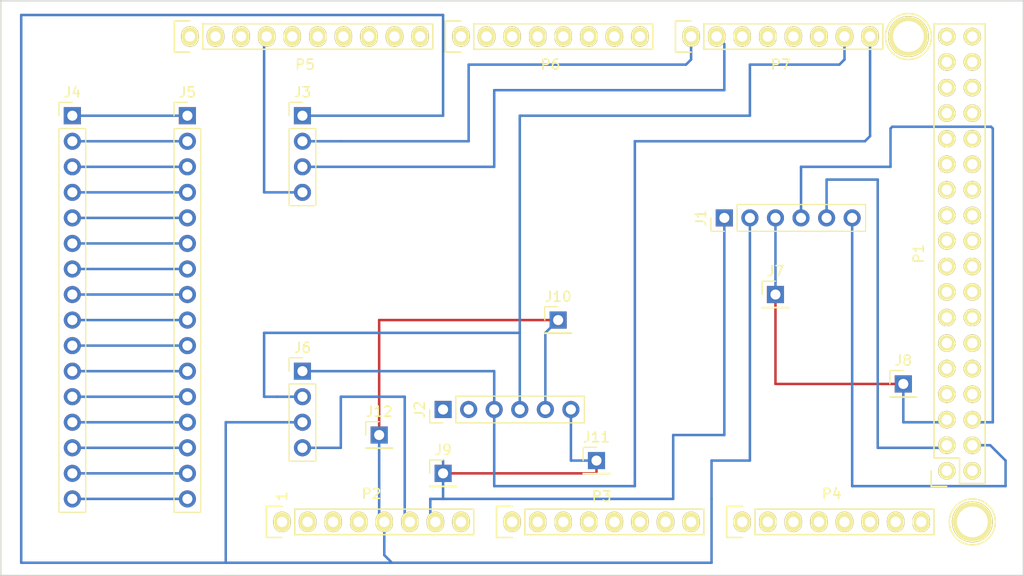
<source format=kicad_pcb>
(kicad_pcb (version 20171130) (host pcbnew "(5.1.9)-1")

  (general
    (thickness 1.6)
    (drawings 22)
    (tracks 122)
    (zones 0)
    (modules 21)
    (nets 27)
  )

  (page A4)
  (title_block
    (date "mar. 31 mars 2015")
  )

  (layers
    (0 F.Cu signal)
    (31 B.Cu signal)
    (32 B.Adhes user)
    (33 F.Adhes user)
    (34 B.Paste user)
    (35 F.Paste user)
    (36 B.SilkS user)
    (37 F.SilkS user)
    (38 B.Mask user)
    (39 F.Mask user)
    (40 Dwgs.User user hide)
    (41 Cmts.User user)
    (42 Eco1.User user)
    (43 Eco2.User user)
    (44 Edge.Cuts user)
    (45 Margin user)
    (46 B.CrtYd user)
    (47 F.CrtYd user)
    (48 B.Fab user)
    (49 F.Fab user)
  )

  (setup
    (last_trace_width 0.25)
    (user_trace_width 0.3)
    (trace_clearance 0.2)
    (zone_clearance 0.508)
    (zone_45_only no)
    (trace_min 0.2)
    (via_size 0.6)
    (via_drill 0.4)
    (via_min_size 0.4)
    (via_min_drill 0.3)
    (uvia_size 0.3)
    (uvia_drill 0.1)
    (uvias_allowed no)
    (uvia_min_size 0.2)
    (uvia_min_drill 0.1)
    (edge_width 0.15)
    (segment_width 0.15)
    (pcb_text_width 0.3)
    (pcb_text_size 1.5 1.5)
    (mod_edge_width 0.15)
    (mod_text_size 1 1)
    (mod_text_width 0.15)
    (pad_size 4.064 4.064)
    (pad_drill 3.048)
    (pad_to_mask_clearance 0)
    (aux_axis_origin 103.378 121.666)
    (visible_elements 7FFFFFFF)
    (pcbplotparams
      (layerselection 0x3feff_ffffffff)
      (usegerberextensions false)
      (usegerberattributes true)
      (usegerberadvancedattributes true)
      (creategerberjobfile true)
      (excludeedgelayer true)
      (linewidth 0.100000)
      (plotframeref false)
      (viasonmask false)
      (mode 1)
      (useauxorigin false)
      (hpglpennumber 1)
      (hpglpenspeed 20)
      (hpglpendiameter 15.000000)
      (psnegative false)
      (psa4output false)
      (plotreference true)
      (plotvalue true)
      (plotinvisibletext false)
      (padsonsilk false)
      (subtractmaskfromsilk false)
      (outputformat 1)
      (mirror false)
      (drillshape 0)
      (scaleselection 1)
      (outputdirectory "medidor_GERBER/"))
  )

  (net 0 "")
  (net 1 GND)
  (net 2 "/52(SCK)")
  (net 3 "/53(SS)")
  (net 4 "/50(MISO)")
  (net 5 "/51(MOSI)")
  (net 6 +5V)
  (net 7 "/20(SDA)")
  (net 8 "/21(SCL)")
  (net 9 "/14(Tx3)")
  (net 10 "/15(Rx3)")
  (net 11 /LEDN)
  (net 12 /LEDP)
  (net 13 /DP7)
  (net 14 /DP6)
  (net 15 /DP5)
  (net 16 /DP4)
  (net 17 /DP3)
  (net 18 /DP2)
  (net 19 /DP1)
  (net 20 /DP0)
  (net 21 /Enable)
  (net 22 /RW)
  (net 23 /RegSE)
  (net 24 /VE)
  (net 25 /VDD)
  (net 26 /VSS)

  (net_class Default "This is the default net class."
    (clearance 0.2)
    (trace_width 0.25)
    (via_dia 0.6)
    (via_drill 0.4)
    (uvia_dia 0.3)
    (uvia_drill 0.1)
    (add_net +3V3)
    (add_net +5V)
    (add_net "/0(Rx0)")
    (add_net "/1(Tx0)")
    (add_net "/10(**)")
    (add_net "/11(**)")
    (add_net "/12(**)")
    (add_net "/13(**)")
    (add_net "/14(Tx3)")
    (add_net "/15(Rx3)")
    (add_net "/16(Tx2)")
    (add_net "/17(Rx2)")
    (add_net "/18(Tx1)")
    (add_net "/19(Rx1)")
    (add_net "/2(**)")
    (add_net "/20(SDA)")
    (add_net "/21(SCL)")
    (add_net /22)
    (add_net /23)
    (add_net /24)
    (add_net /25)
    (add_net /26)
    (add_net /27)
    (add_net /28)
    (add_net /29)
    (add_net "/3(**)")
    (add_net /30)
    (add_net /31)
    (add_net /32)
    (add_net /33)
    (add_net /34)
    (add_net /35)
    (add_net /36)
    (add_net /37)
    (add_net /38)
    (add_net /39)
    (add_net "/4(**)")
    (add_net /40)
    (add_net /41)
    (add_net /42)
    (add_net /43)
    (add_net /44)
    (add_net /45)
    (add_net /46)
    (add_net /47)
    (add_net /48)
    (add_net /49)
    (add_net "/5(**)")
    (add_net "/50(MISO)")
    (add_net "/51(MOSI)")
    (add_net "/52(SCK)")
    (add_net "/53(SS)")
    (add_net "/6(**)")
    (add_net "/7(**)")
    (add_net "/8(**)")
    (add_net "/9(**)")
    (add_net /A0)
    (add_net /A1)
    (add_net /A10)
    (add_net /A11)
    (add_net /A12)
    (add_net /A13)
    (add_net /A14)
    (add_net /A15)
    (add_net /A2)
    (add_net /A3)
    (add_net /A4)
    (add_net /A5)
    (add_net /A6)
    (add_net /A7)
    (add_net /A8)
    (add_net /A9)
    (add_net /AREF)
    (add_net /DP0)
    (add_net /DP1)
    (add_net /DP2)
    (add_net /DP3)
    (add_net /DP4)
    (add_net /DP5)
    (add_net /DP6)
    (add_net /DP7)
    (add_net /Enable)
    (add_net /IOREF)
    (add_net /LEDN)
    (add_net /LEDP)
    (add_net /RW)
    (add_net /RegSE)
    (add_net /Reset)
    (add_net /SCL)
    (add_net /SDA)
    (add_net /VDD)
    (add_net /VE)
    (add_net /VSS)
    (add_net /Vin)
    (add_net GND)
    (add_net "Net-(J2-Pad1)")
    (add_net "Net-(J2-Pad2)")
    (add_net "Net-(P10-Pad1)")
    (add_net "Net-(P11-Pad1)")
    (add_net "Net-(P12-Pad1)")
    (add_net "Net-(P13-Pad1)")
    (add_net "Net-(P2-Pad1)")
    (add_net "Net-(P8-Pad1)")
    (add_net "Net-(P9-Pad1)")
  )

  (module Connector_PinHeader_2.54mm:PinHeader_1x01_P2.54mm_Vertical (layer F.Cu) (tedit 59FED5CC) (tstamp 6010847E)
    (at 140.97 110.49)
    (descr "Through hole straight pin header, 1x01, 2.54mm pitch, single row")
    (tags "Through hole pin header THT 1x01 2.54mm single row")
    (path /6011BE85)
    (fp_text reference J12 (at 0 -2.33) (layer F.SilkS)
      (effects (font (size 1 1) (thickness 0.15)))
    )
    (fp_text value Aux (at 0 2.33) (layer F.Fab)
      (effects (font (size 1 1) (thickness 0.15)))
    )
    (fp_text user %R (at 0 0 90) (layer F.Fab)
      (effects (font (size 1 1) (thickness 0.15)))
    )
    (fp_line (start -0.635 -1.27) (end 1.27 -1.27) (layer F.Fab) (width 0.1))
    (fp_line (start 1.27 -1.27) (end 1.27 1.27) (layer F.Fab) (width 0.1))
    (fp_line (start 1.27 1.27) (end -1.27 1.27) (layer F.Fab) (width 0.1))
    (fp_line (start -1.27 1.27) (end -1.27 -0.635) (layer F.Fab) (width 0.1))
    (fp_line (start -1.27 -0.635) (end -0.635 -1.27) (layer F.Fab) (width 0.1))
    (fp_line (start -1.33 1.33) (end 1.33 1.33) (layer F.SilkS) (width 0.12))
    (fp_line (start -1.33 1.27) (end -1.33 1.33) (layer F.SilkS) (width 0.12))
    (fp_line (start 1.33 1.27) (end 1.33 1.33) (layer F.SilkS) (width 0.12))
    (fp_line (start -1.33 1.27) (end 1.33 1.27) (layer F.SilkS) (width 0.12))
    (fp_line (start -1.33 0) (end -1.33 -1.33) (layer F.SilkS) (width 0.12))
    (fp_line (start -1.33 -1.33) (end 0 -1.33) (layer F.SilkS) (width 0.12))
    (fp_line (start -1.8 -1.8) (end -1.8 1.8) (layer F.CrtYd) (width 0.05))
    (fp_line (start -1.8 1.8) (end 1.8 1.8) (layer F.CrtYd) (width 0.05))
    (fp_line (start 1.8 1.8) (end 1.8 -1.8) (layer F.CrtYd) (width 0.05))
    (fp_line (start 1.8 -1.8) (end -1.8 -1.8) (layer F.CrtYd) (width 0.05))
    (pad 1 thru_hole rect (at 0 0) (size 1.7 1.7) (drill 1) (layers *.Cu *.Mask)
      (net 6 +5V))
    (model ${KISYS3DMOD}/Connector_PinHeader_2.54mm.3dshapes/PinHeader_1x01_P2.54mm_Vertical.wrl
      (at (xyz 0 0 0))
      (scale (xyz 1 1 1))
      (rotate (xyz 0 0 0))
    )
  )

  (module Connector_PinHeader_2.54mm:PinHeader_1x01_P2.54mm_Vertical (layer F.Cu) (tedit 59FED5CC) (tstamp 60108469)
    (at 162.56 113.03)
    (descr "Through hole straight pin header, 1x01, 2.54mm pitch, single row")
    (tags "Through hole pin header THT 1x01 2.54mm single row")
    (path /6011BA29)
    (fp_text reference J11 (at 0 -2.33) (layer F.SilkS)
      (effects (font (size 1 1) (thickness 0.15)))
    )
    (fp_text value Aux (at -3.81 1.27) (layer F.Fab)
      (effects (font (size 1 1) (thickness 0.15)))
    )
    (fp_text user %R (at 0 0 90) (layer F.Fab)
      (effects (font (size 1 1) (thickness 0.15)))
    )
    (fp_line (start -0.635 -1.27) (end 1.27 -1.27) (layer F.Fab) (width 0.1))
    (fp_line (start 1.27 -1.27) (end 1.27 1.27) (layer F.Fab) (width 0.1))
    (fp_line (start 1.27 1.27) (end -1.27 1.27) (layer F.Fab) (width 0.1))
    (fp_line (start -1.27 1.27) (end -1.27 -0.635) (layer F.Fab) (width 0.1))
    (fp_line (start -1.27 -0.635) (end -0.635 -1.27) (layer F.Fab) (width 0.1))
    (fp_line (start -1.33 1.33) (end 1.33 1.33) (layer F.SilkS) (width 0.12))
    (fp_line (start -1.33 1.27) (end -1.33 1.33) (layer F.SilkS) (width 0.12))
    (fp_line (start 1.33 1.27) (end 1.33 1.33) (layer F.SilkS) (width 0.12))
    (fp_line (start -1.33 1.27) (end 1.33 1.27) (layer F.SilkS) (width 0.12))
    (fp_line (start -1.33 0) (end -1.33 -1.33) (layer F.SilkS) (width 0.12))
    (fp_line (start -1.33 -1.33) (end 0 -1.33) (layer F.SilkS) (width 0.12))
    (fp_line (start -1.8 -1.8) (end -1.8 1.8) (layer F.CrtYd) (width 0.05))
    (fp_line (start -1.8 1.8) (end 1.8 1.8) (layer F.CrtYd) (width 0.05))
    (fp_line (start 1.8 1.8) (end 1.8 -1.8) (layer F.CrtYd) (width 0.05))
    (fp_line (start 1.8 -1.8) (end -1.8 -1.8) (layer F.CrtYd) (width 0.05))
    (pad 1 thru_hole rect (at 0 0) (size 1.7 1.7) (drill 1) (layers *.Cu *.Mask)
      (net 1 GND))
    (model ${KISYS3DMOD}/Connector_PinHeader_2.54mm.3dshapes/PinHeader_1x01_P2.54mm_Vertical.wrl
      (at (xyz 0 0 0))
      (scale (xyz 1 1 1))
      (rotate (xyz 0 0 0))
    )
  )

  (module Connector_PinHeader_2.54mm:PinHeader_1x01_P2.54mm_Vertical (layer F.Cu) (tedit 59FED5CC) (tstamp 60108454)
    (at 158.75 99.06)
    (descr "Through hole straight pin header, 1x01, 2.54mm pitch, single row")
    (tags "Through hole pin header THT 1x01 2.54mm single row")
    (path /6010A019)
    (fp_text reference J10 (at 0 -2.33) (layer F.SilkS)
      (effects (font (size 1 1) (thickness 0.15)))
    )
    (fp_text value Aux (at 0 2.33) (layer F.Fab)
      (effects (font (size 1 1) (thickness 0.15)))
    )
    (fp_text user %R (at 0 0 90) (layer F.Fab)
      (effects (font (size 1 1) (thickness 0.15)))
    )
    (fp_line (start -0.635 -1.27) (end 1.27 -1.27) (layer F.Fab) (width 0.1))
    (fp_line (start 1.27 -1.27) (end 1.27 1.27) (layer F.Fab) (width 0.1))
    (fp_line (start 1.27 1.27) (end -1.27 1.27) (layer F.Fab) (width 0.1))
    (fp_line (start -1.27 1.27) (end -1.27 -0.635) (layer F.Fab) (width 0.1))
    (fp_line (start -1.27 -0.635) (end -0.635 -1.27) (layer F.Fab) (width 0.1))
    (fp_line (start -1.33 1.33) (end 1.33 1.33) (layer F.SilkS) (width 0.12))
    (fp_line (start -1.33 1.27) (end -1.33 1.33) (layer F.SilkS) (width 0.12))
    (fp_line (start 1.33 1.27) (end 1.33 1.33) (layer F.SilkS) (width 0.12))
    (fp_line (start -1.33 1.27) (end 1.33 1.27) (layer F.SilkS) (width 0.12))
    (fp_line (start -1.33 0) (end -1.33 -1.33) (layer F.SilkS) (width 0.12))
    (fp_line (start -1.33 -1.33) (end 0 -1.33) (layer F.SilkS) (width 0.12))
    (fp_line (start -1.8 -1.8) (end -1.8 1.8) (layer F.CrtYd) (width 0.05))
    (fp_line (start -1.8 1.8) (end 1.8 1.8) (layer F.CrtYd) (width 0.05))
    (fp_line (start 1.8 1.8) (end 1.8 -1.8) (layer F.CrtYd) (width 0.05))
    (fp_line (start 1.8 -1.8) (end -1.8 -1.8) (layer F.CrtYd) (width 0.05))
    (pad 1 thru_hole rect (at 0 0) (size 1.7 1.7) (drill 1) (layers *.Cu *.Mask)
      (net 6 +5V))
    (model ${KISYS3DMOD}/Connector_PinHeader_2.54mm.3dshapes/PinHeader_1x01_P2.54mm_Vertical.wrl
      (at (xyz 0 0 0))
      (scale (xyz 1 1 1))
      (rotate (xyz 0 0 0))
    )
  )

  (module Connector_PinHeader_2.54mm:PinHeader_1x01_P2.54mm_Vertical (layer F.Cu) (tedit 59FED5CC) (tstamp 6010843F)
    (at 147.32 114.3)
    (descr "Through hole straight pin header, 1x01, 2.54mm pitch, single row")
    (tags "Through hole pin header THT 1x01 2.54mm single row")
    (path /60109BF9)
    (fp_text reference J9 (at 0 -2.33) (layer F.SilkS)
      (effects (font (size 1 1) (thickness 0.15)))
    )
    (fp_text value Aux (at 0 2.33) (layer F.Fab)
      (effects (font (size 1 1) (thickness 0.15)))
    )
    (fp_text user %R (at 0 0 90) (layer F.Fab)
      (effects (font (size 1 1) (thickness 0.15)))
    )
    (fp_line (start -0.635 -1.27) (end 1.27 -1.27) (layer F.Fab) (width 0.1))
    (fp_line (start 1.27 -1.27) (end 1.27 1.27) (layer F.Fab) (width 0.1))
    (fp_line (start 1.27 1.27) (end -1.27 1.27) (layer F.Fab) (width 0.1))
    (fp_line (start -1.27 1.27) (end -1.27 -0.635) (layer F.Fab) (width 0.1))
    (fp_line (start -1.27 -0.635) (end -0.635 -1.27) (layer F.Fab) (width 0.1))
    (fp_line (start -1.33 1.33) (end 1.33 1.33) (layer F.SilkS) (width 0.12))
    (fp_line (start -1.33 1.27) (end -1.33 1.33) (layer F.SilkS) (width 0.12))
    (fp_line (start 1.33 1.27) (end 1.33 1.33) (layer F.SilkS) (width 0.12))
    (fp_line (start -1.33 1.27) (end 1.33 1.27) (layer F.SilkS) (width 0.12))
    (fp_line (start -1.33 0) (end -1.33 -1.33) (layer F.SilkS) (width 0.12))
    (fp_line (start -1.33 -1.33) (end 0 -1.33) (layer F.SilkS) (width 0.12))
    (fp_line (start -1.8 -1.8) (end -1.8 1.8) (layer F.CrtYd) (width 0.05))
    (fp_line (start -1.8 1.8) (end 1.8 1.8) (layer F.CrtYd) (width 0.05))
    (fp_line (start 1.8 1.8) (end 1.8 -1.8) (layer F.CrtYd) (width 0.05))
    (fp_line (start 1.8 -1.8) (end -1.8 -1.8) (layer F.CrtYd) (width 0.05))
    (pad 1 thru_hole rect (at 0 0) (size 1.7 1.7) (drill 1) (layers *.Cu *.Mask)
      (net 1 GND))
    (model ${KISYS3DMOD}/Connector_PinHeader_2.54mm.3dshapes/PinHeader_1x01_P2.54mm_Vertical.wrl
      (at (xyz 0 0 0))
      (scale (xyz 1 1 1))
      (rotate (xyz 0 0 0))
    )
  )

  (module Connector_PinHeader_2.54mm:PinHeader_1x01_P2.54mm_Vertical (layer F.Cu) (tedit 59FED5CC) (tstamp 6010842A)
    (at 193.04 105.41)
    (descr "Through hole straight pin header, 1x01, 2.54mm pitch, single row")
    (tags "Through hole pin header THT 1x01 2.54mm single row")
    (path /60107531)
    (fp_text reference J8 (at 0 -2.33) (layer F.SilkS)
      (effects (font (size 1 1) (thickness 0.15)))
    )
    (fp_text value Aux (at 0 2.33) (layer F.Fab)
      (effects (font (size 1 1) (thickness 0.15)))
    )
    (fp_text user %R (at 0 0 90) (layer F.Fab)
      (effects (font (size 1 1) (thickness 0.15)))
    )
    (fp_line (start -0.635 -1.27) (end 1.27 -1.27) (layer F.Fab) (width 0.1))
    (fp_line (start 1.27 -1.27) (end 1.27 1.27) (layer F.Fab) (width 0.1))
    (fp_line (start 1.27 1.27) (end -1.27 1.27) (layer F.Fab) (width 0.1))
    (fp_line (start -1.27 1.27) (end -1.27 -0.635) (layer F.Fab) (width 0.1))
    (fp_line (start -1.27 -0.635) (end -0.635 -1.27) (layer F.Fab) (width 0.1))
    (fp_line (start -1.33 1.33) (end 1.33 1.33) (layer F.SilkS) (width 0.12))
    (fp_line (start -1.33 1.27) (end -1.33 1.33) (layer F.SilkS) (width 0.12))
    (fp_line (start 1.33 1.27) (end 1.33 1.33) (layer F.SilkS) (width 0.12))
    (fp_line (start -1.33 1.27) (end 1.33 1.27) (layer F.SilkS) (width 0.12))
    (fp_line (start -1.33 0) (end -1.33 -1.33) (layer F.SilkS) (width 0.12))
    (fp_line (start -1.33 -1.33) (end 0 -1.33) (layer F.SilkS) (width 0.12))
    (fp_line (start -1.8 -1.8) (end -1.8 1.8) (layer F.CrtYd) (width 0.05))
    (fp_line (start -1.8 1.8) (end 1.8 1.8) (layer F.CrtYd) (width 0.05))
    (fp_line (start 1.8 1.8) (end 1.8 -1.8) (layer F.CrtYd) (width 0.05))
    (fp_line (start 1.8 -1.8) (end -1.8 -1.8) (layer F.CrtYd) (width 0.05))
    (pad 1 thru_hole rect (at 0 0) (size 1.7 1.7) (drill 1) (layers *.Cu *.Mask)
      (net 4 "/50(MISO)"))
    (model ${KISYS3DMOD}/Connector_PinHeader_2.54mm.3dshapes/PinHeader_1x01_P2.54mm_Vertical.wrl
      (at (xyz 0 0 0))
      (scale (xyz 1 1 1))
      (rotate (xyz 0 0 0))
    )
  )

  (module Connector_PinHeader_2.54mm:PinHeader_1x01_P2.54mm_Vertical (layer F.Cu) (tedit 59FED5CC) (tstamp 601086DC)
    (at 180.34 96.52)
    (descr "Through hole straight pin header, 1x01, 2.54mm pitch, single row")
    (tags "Through hole pin header THT 1x01 2.54mm single row")
    (path /60106B23)
    (fp_text reference J7 (at 0 -2.33) (layer F.SilkS)
      (effects (font (size 1 1) (thickness 0.15)))
    )
    (fp_text value Aux (at 0 2.33) (layer F.Fab)
      (effects (font (size 1 1) (thickness 0.15)))
    )
    (fp_text user %R (at 0 0 90) (layer F.Fab)
      (effects (font (size 1 1) (thickness 0.15)))
    )
    (fp_line (start -0.635 -1.27) (end 1.27 -1.27) (layer F.Fab) (width 0.1))
    (fp_line (start 1.27 -1.27) (end 1.27 1.27) (layer F.Fab) (width 0.1))
    (fp_line (start 1.27 1.27) (end -1.27 1.27) (layer F.Fab) (width 0.1))
    (fp_line (start -1.27 1.27) (end -1.27 -0.635) (layer F.Fab) (width 0.1))
    (fp_line (start -1.27 -0.635) (end -0.635 -1.27) (layer F.Fab) (width 0.1))
    (fp_line (start -1.33 1.33) (end 1.33 1.33) (layer F.SilkS) (width 0.12))
    (fp_line (start -1.33 1.27) (end -1.33 1.33) (layer F.SilkS) (width 0.12))
    (fp_line (start 1.33 1.27) (end 1.33 1.33) (layer F.SilkS) (width 0.12))
    (fp_line (start -1.33 1.27) (end 1.33 1.27) (layer F.SilkS) (width 0.12))
    (fp_line (start -1.33 0) (end -1.33 -1.33) (layer F.SilkS) (width 0.12))
    (fp_line (start -1.33 -1.33) (end 0 -1.33) (layer F.SilkS) (width 0.12))
    (fp_line (start -1.8 -1.8) (end -1.8 1.8) (layer F.CrtYd) (width 0.05))
    (fp_line (start -1.8 1.8) (end 1.8 1.8) (layer F.CrtYd) (width 0.05))
    (fp_line (start 1.8 1.8) (end 1.8 -1.8) (layer F.CrtYd) (width 0.05))
    (fp_line (start 1.8 -1.8) (end -1.8 -1.8) (layer F.CrtYd) (width 0.05))
    (pad 1 thru_hole rect (at 0 0) (size 1.7 1.7) (drill 1) (layers *.Cu *.Mask)
      (net 4 "/50(MISO)"))
    (model ${KISYS3DMOD}/Connector_PinHeader_2.54mm.3dshapes/PinHeader_1x01_P2.54mm_Vertical.wrl
      (at (xyz 0 0 0))
      (scale (xyz 1 1 1))
      (rotate (xyz 0 0 0))
    )
  )

  (module Socket_Arduino_Mega:Socket_Strip_Arduino_2x18 locked (layer F.Cu) (tedit 55216789) (tstamp 551AFCE5)
    (at 197.358 114.046 90)
    (descr "Through hole socket strip")
    (tags "socket strip")
    (path /56D743B5)
    (fp_text reference P1 (at 21.59 -2.794 90) (layer F.SilkS)
      (effects (font (size 1 1) (thickness 0.15)))
    )
    (fp_text value Digital (at 21.59 -4.572 90) (layer F.Fab)
      (effects (font (size 1 1) (thickness 0.15)))
    )
    (fp_line (start -1.75 -1.75) (end -1.75 4.3) (layer F.CrtYd) (width 0.05))
    (fp_line (start 44.95 -1.75) (end 44.95 4.3) (layer F.CrtYd) (width 0.05))
    (fp_line (start -1.75 -1.75) (end 44.95 -1.75) (layer F.CrtYd) (width 0.05))
    (fp_line (start -1.75 4.3) (end 44.95 4.3) (layer F.CrtYd) (width 0.05))
    (fp_line (start -1.27 3.81) (end 44.45 3.81) (layer F.SilkS) (width 0.15))
    (fp_line (start 44.45 -1.27) (end 1.27 -1.27) (layer F.SilkS) (width 0.15))
    (fp_line (start 44.45 3.81) (end 44.45 -1.27) (layer F.SilkS) (width 0.15))
    (fp_line (start -1.27 3.81) (end -1.27 1.27) (layer F.SilkS) (width 0.15))
    (fp_line (start 0 -1.55) (end -1.55 -1.55) (layer F.SilkS) (width 0.15))
    (fp_line (start -1.27 1.27) (end 1.27 1.27) (layer F.SilkS) (width 0.15))
    (fp_line (start 1.27 1.27) (end 1.27 -1.27) (layer F.SilkS) (width 0.15))
    (fp_line (start -1.55 -1.55) (end -1.55 0) (layer F.SilkS) (width 0.15))
    (pad 1 thru_hole circle (at 0 0 90) (size 1.7272 1.7272) (drill 1.016) (layers *.Cu *.Mask F.SilkS)
      (net 1 GND))
    (pad 2 thru_hole oval (at 0 2.54 90) (size 1.7272 1.7272) (drill 1.016) (layers *.Cu *.Mask F.SilkS)
      (net 1 GND))
    (pad 3 thru_hole oval (at 2.54 0 90) (size 1.7272 1.7272) (drill 1.016) (layers *.Cu *.Mask F.SilkS)
      (net 2 "/52(SCK)"))
    (pad 4 thru_hole oval (at 2.54 2.54 90) (size 1.7272 1.7272) (drill 1.016) (layers *.Cu *.Mask F.SilkS)
      (net 3 "/53(SS)"))
    (pad 5 thru_hole oval (at 5.08 0 90) (size 1.7272 1.7272) (drill 1.016) (layers *.Cu *.Mask F.SilkS)
      (net 4 "/50(MISO)"))
    (pad 6 thru_hole oval (at 5.08 2.54 90) (size 1.7272 1.7272) (drill 1.016) (layers *.Cu *.Mask F.SilkS)
      (net 5 "/51(MOSI)"))
    (pad 7 thru_hole oval (at 7.62 0 90) (size 1.7272 1.7272) (drill 1.016) (layers *.Cu *.Mask F.SilkS))
    (pad 8 thru_hole oval (at 7.62 2.54 90) (size 1.7272 1.7272) (drill 1.016) (layers *.Cu *.Mask F.SilkS))
    (pad 9 thru_hole oval (at 10.16 0 90) (size 1.7272 1.7272) (drill 1.016) (layers *.Cu *.Mask F.SilkS))
    (pad 10 thru_hole oval (at 10.16 2.54 90) (size 1.7272 1.7272) (drill 1.016) (layers *.Cu *.Mask F.SilkS))
    (pad 11 thru_hole oval (at 12.7 0 90) (size 1.7272 1.7272) (drill 1.016) (layers *.Cu *.Mask F.SilkS))
    (pad 12 thru_hole oval (at 12.7 2.54 90) (size 1.7272 1.7272) (drill 1.016) (layers *.Cu *.Mask F.SilkS))
    (pad 13 thru_hole oval (at 15.24 0 90) (size 1.7272 1.7272) (drill 1.016) (layers *.Cu *.Mask F.SilkS))
    (pad 14 thru_hole oval (at 15.24 2.54 90) (size 1.7272 1.7272) (drill 1.016) (layers *.Cu *.Mask F.SilkS))
    (pad 15 thru_hole oval (at 17.78 0 90) (size 1.7272 1.7272) (drill 1.016) (layers *.Cu *.Mask F.SilkS))
    (pad 16 thru_hole oval (at 17.78 2.54 90) (size 1.7272 1.7272) (drill 1.016) (layers *.Cu *.Mask F.SilkS))
    (pad 17 thru_hole oval (at 20.32 0 90) (size 1.7272 1.7272) (drill 1.016) (layers *.Cu *.Mask F.SilkS))
    (pad 18 thru_hole oval (at 20.32 2.54 90) (size 1.7272 1.7272) (drill 1.016) (layers *.Cu *.Mask F.SilkS))
    (pad 19 thru_hole oval (at 22.86 0 90) (size 1.7272 1.7272) (drill 1.016) (layers *.Cu *.Mask F.SilkS))
    (pad 20 thru_hole oval (at 22.86 2.54 90) (size 1.7272 1.7272) (drill 1.016) (layers *.Cu *.Mask F.SilkS))
    (pad 21 thru_hole oval (at 25.4 0 90) (size 1.7272 1.7272) (drill 1.016) (layers *.Cu *.Mask F.SilkS))
    (pad 22 thru_hole oval (at 25.4 2.54 90) (size 1.7272 1.7272) (drill 1.016) (layers *.Cu *.Mask F.SilkS))
    (pad 23 thru_hole oval (at 27.94 0 90) (size 1.7272 1.7272) (drill 1.016) (layers *.Cu *.Mask F.SilkS))
    (pad 24 thru_hole oval (at 27.94 2.54 90) (size 1.7272 1.7272) (drill 1.016) (layers *.Cu *.Mask F.SilkS))
    (pad 25 thru_hole oval (at 30.48 0 90) (size 1.7272 1.7272) (drill 1.016) (layers *.Cu *.Mask F.SilkS))
    (pad 26 thru_hole oval (at 30.48 2.54 90) (size 1.7272 1.7272) (drill 1.016) (layers *.Cu *.Mask F.SilkS))
    (pad 27 thru_hole oval (at 33.02 0 90) (size 1.7272 1.7272) (drill 1.016) (layers *.Cu *.Mask F.SilkS))
    (pad 28 thru_hole oval (at 33.02 2.54 90) (size 1.7272 1.7272) (drill 1.016) (layers *.Cu *.Mask F.SilkS))
    (pad 29 thru_hole oval (at 35.56 0 90) (size 1.7272 1.7272) (drill 1.016) (layers *.Cu *.Mask F.SilkS))
    (pad 30 thru_hole oval (at 35.56 2.54 90) (size 1.7272 1.7272) (drill 1.016) (layers *.Cu *.Mask F.SilkS))
    (pad 31 thru_hole oval (at 38.1 0 90) (size 1.7272 1.7272) (drill 1.016) (layers *.Cu *.Mask F.SilkS))
    (pad 32 thru_hole oval (at 38.1 2.54 90) (size 1.7272 1.7272) (drill 1.016) (layers *.Cu *.Mask F.SilkS))
    (pad 33 thru_hole oval (at 40.64 0 90) (size 1.7272 1.7272) (drill 1.016) (layers *.Cu *.Mask F.SilkS))
    (pad 34 thru_hole oval (at 40.64 2.54 90) (size 1.7272 1.7272) (drill 1.016) (layers *.Cu *.Mask F.SilkS))
    (pad 35 thru_hole oval (at 43.18 0 90) (size 1.7272 1.7272) (drill 1.016) (layers *.Cu *.Mask F.SilkS)
      (net 6 +5V))
    (pad 36 thru_hole oval (at 43.18 2.54 90) (size 1.7272 1.7272) (drill 1.016) (layers *.Cu *.Mask F.SilkS)
      (net 6 +5V))
    (model ${KIPRJMOD}/Socket_Arduino_Mega.3dshapes/Socket_header_Arduino_2x18.wrl
      (offset (xyz 21.58999967575073 -1.269999980926514 0))
      (scale (xyz 1 1 1))
      (rotate (xyz 0 0 180))
    )
  )

  (module Connector_PinHeader_2.54mm:PinHeader_1x04_P2.54mm_Vertical (layer F.Cu) (tedit 59FED5CC) (tstamp 60089DAD)
    (at 133.35 104.14)
    (descr "Through hole straight pin header, 1x04, 2.54mm pitch, single row")
    (tags "Through hole pin header THT 1x04 2.54mm single row")
    (path /601F08CB)
    (fp_text reference J6 (at 0 -2.33) (layer F.SilkS)
      (effects (font (size 1 1) (thickness 0.15)))
    )
    (fp_text value I2C_interface (at 0 9.95) (layer F.Fab)
      (effects (font (size 1 1) (thickness 0.15)))
    )
    (fp_line (start -0.635 -1.27) (end 1.27 -1.27) (layer F.Fab) (width 0.1))
    (fp_line (start 1.27 -1.27) (end 1.27 8.89) (layer F.Fab) (width 0.1))
    (fp_line (start 1.27 8.89) (end -1.27 8.89) (layer F.Fab) (width 0.1))
    (fp_line (start -1.27 8.89) (end -1.27 -0.635) (layer F.Fab) (width 0.1))
    (fp_line (start -1.27 -0.635) (end -0.635 -1.27) (layer F.Fab) (width 0.1))
    (fp_line (start -1.33 8.95) (end 1.33 8.95) (layer F.SilkS) (width 0.12))
    (fp_line (start -1.33 1.27) (end -1.33 8.95) (layer F.SilkS) (width 0.12))
    (fp_line (start 1.33 1.27) (end 1.33 8.95) (layer F.SilkS) (width 0.12))
    (fp_line (start -1.33 1.27) (end 1.33 1.27) (layer F.SilkS) (width 0.12))
    (fp_line (start -1.33 0) (end -1.33 -1.33) (layer F.SilkS) (width 0.12))
    (fp_line (start -1.33 -1.33) (end 0 -1.33) (layer F.SilkS) (width 0.12))
    (fp_line (start -1.8 -1.8) (end -1.8 9.4) (layer F.CrtYd) (width 0.05))
    (fp_line (start -1.8 9.4) (end 1.8 9.4) (layer F.CrtYd) (width 0.05))
    (fp_line (start 1.8 9.4) (end 1.8 -1.8) (layer F.CrtYd) (width 0.05))
    (fp_line (start 1.8 -1.8) (end -1.8 -1.8) (layer F.CrtYd) (width 0.05))
    (fp_text user %R (at 0 3.81 90) (layer F.Fab)
      (effects (font (size 1 1) (thickness 0.15)))
    )
    (pad 4 thru_hole oval (at 0 7.62) (size 1.7 1.7) (drill 1) (layers *.Cu *.Mask)
      (net 1 GND))
    (pad 3 thru_hole oval (at 0 5.08) (size 1.7 1.7) (drill 1) (layers *.Cu *.Mask)
      (net 6 +5V))
    (pad 2 thru_hole oval (at 0 2.54) (size 1.7 1.7) (drill 1) (layers *.Cu *.Mask)
      (net 7 "/20(SDA)"))
    (pad 1 thru_hole rect (at 0 0) (size 1.7 1.7) (drill 1) (layers *.Cu *.Mask)
      (net 8 "/21(SCL)"))
    (model ${KISYS3DMOD}/Connector_PinHeader_2.54mm.3dshapes/PinHeader_1x04_P2.54mm_Vertical.wrl
      (at (xyz 0 0 0))
      (scale (xyz 1 1 1))
      (rotate (xyz 0 0 0))
    )
  )

  (module Connector_PinHeader_2.54mm:PinHeader_1x16_P2.54mm_Vertical (layer F.Cu) (tedit 59FED5CC) (tstamp 60089D95)
    (at 121.92 78.74)
    (descr "Through hole straight pin header, 1x16, 2.54mm pitch, single row")
    (tags "Through hole pin header THT 1x16 2.54mm single row")
    (path /601E9FDF)
    (fp_text reference J5 (at 0 -2.33) (layer F.SilkS)
      (effects (font (size 1 1) (thickness 0.15)))
    )
    (fp_text value pins_LCD (at 0 40.43) (layer F.Fab)
      (effects (font (size 1 1) (thickness 0.15)))
    )
    (fp_line (start -0.635 -1.27) (end 1.27 -1.27) (layer F.Fab) (width 0.1))
    (fp_line (start 1.27 -1.27) (end 1.27 39.37) (layer F.Fab) (width 0.1))
    (fp_line (start 1.27 39.37) (end -1.27 39.37) (layer F.Fab) (width 0.1))
    (fp_line (start -1.27 39.37) (end -1.27 -0.635) (layer F.Fab) (width 0.1))
    (fp_line (start -1.27 -0.635) (end -0.635 -1.27) (layer F.Fab) (width 0.1))
    (fp_line (start -1.33 39.43) (end 1.33 39.43) (layer F.SilkS) (width 0.12))
    (fp_line (start -1.33 1.27) (end -1.33 39.43) (layer F.SilkS) (width 0.12))
    (fp_line (start 1.33 1.27) (end 1.33 39.43) (layer F.SilkS) (width 0.12))
    (fp_line (start -1.33 1.27) (end 1.33 1.27) (layer F.SilkS) (width 0.12))
    (fp_line (start -1.33 0) (end -1.33 -1.33) (layer F.SilkS) (width 0.12))
    (fp_line (start -1.33 -1.33) (end 0 -1.33) (layer F.SilkS) (width 0.12))
    (fp_line (start -1.8 -1.8) (end -1.8 39.9) (layer F.CrtYd) (width 0.05))
    (fp_line (start -1.8 39.9) (end 1.8 39.9) (layer F.CrtYd) (width 0.05))
    (fp_line (start 1.8 39.9) (end 1.8 -1.8) (layer F.CrtYd) (width 0.05))
    (fp_line (start 1.8 -1.8) (end -1.8 -1.8) (layer F.CrtYd) (width 0.05))
    (fp_text user %R (at 0 19.05 90) (layer F.Fab)
      (effects (font (size 1 1) (thickness 0.15)))
    )
    (pad 16 thru_hole oval (at 0 38.1) (size 1.7 1.7) (drill 1) (layers *.Cu *.Mask)
      (net 11 /LEDN))
    (pad 15 thru_hole oval (at 0 35.56) (size 1.7 1.7) (drill 1) (layers *.Cu *.Mask)
      (net 12 /LEDP))
    (pad 14 thru_hole oval (at 0 33.02) (size 1.7 1.7) (drill 1) (layers *.Cu *.Mask)
      (net 13 /DP7))
    (pad 13 thru_hole oval (at 0 30.48) (size 1.7 1.7) (drill 1) (layers *.Cu *.Mask)
      (net 14 /DP6))
    (pad 12 thru_hole oval (at 0 27.94) (size 1.7 1.7) (drill 1) (layers *.Cu *.Mask)
      (net 15 /DP5))
    (pad 11 thru_hole oval (at 0 25.4) (size 1.7 1.7) (drill 1) (layers *.Cu *.Mask)
      (net 16 /DP4))
    (pad 10 thru_hole oval (at 0 22.86) (size 1.7 1.7) (drill 1) (layers *.Cu *.Mask)
      (net 17 /DP3))
    (pad 9 thru_hole oval (at 0 20.32) (size 1.7 1.7) (drill 1) (layers *.Cu *.Mask)
      (net 18 /DP2))
    (pad 8 thru_hole oval (at 0 17.78) (size 1.7 1.7) (drill 1) (layers *.Cu *.Mask)
      (net 19 /DP1))
    (pad 7 thru_hole oval (at 0 15.24) (size 1.7 1.7) (drill 1) (layers *.Cu *.Mask)
      (net 20 /DP0))
    (pad 6 thru_hole oval (at 0 12.7) (size 1.7 1.7) (drill 1) (layers *.Cu *.Mask)
      (net 21 /Enable))
    (pad 5 thru_hole oval (at 0 10.16) (size 1.7 1.7) (drill 1) (layers *.Cu *.Mask)
      (net 22 /RW))
    (pad 4 thru_hole oval (at 0 7.62) (size 1.7 1.7) (drill 1) (layers *.Cu *.Mask)
      (net 23 /RegSE))
    (pad 3 thru_hole oval (at 0 5.08) (size 1.7 1.7) (drill 1) (layers *.Cu *.Mask)
      (net 24 /VE))
    (pad 2 thru_hole oval (at 0 2.54) (size 1.7 1.7) (drill 1) (layers *.Cu *.Mask)
      (net 25 /VDD))
    (pad 1 thru_hole rect (at 0 0) (size 1.7 1.7) (drill 1) (layers *.Cu *.Mask)
      (net 26 /VSS))
    (model ${KISYS3DMOD}/Connector_PinHeader_2.54mm.3dshapes/PinHeader_1x16_P2.54mm_Vertical.wrl
      (at (xyz 0 0 0))
      (scale (xyz 1 1 1))
      (rotate (xyz 0 0 0))
    )
  )

  (module Connector_PinHeader_2.54mm:PinHeader_1x16_P2.54mm_Vertical (layer F.Cu) (tedit 59FED5CC) (tstamp 60089D71)
    (at 110.49 78.74)
    (descr "Through hole straight pin header, 1x16, 2.54mm pitch, single row")
    (tags "Through hole pin header THT 1x16 2.54mm single row")
    (path /601DCD5F)
    (fp_text reference J4 (at 0 -2.33) (layer F.SilkS)
      (effects (font (size 1 1) (thickness 0.15)))
    )
    (fp_text value I2C_pins_interfaces (at 5.08 43.18) (layer F.Fab)
      (effects (font (size 1 1) (thickness 0.15)))
    )
    (fp_line (start -0.635 -1.27) (end 1.27 -1.27) (layer F.Fab) (width 0.1))
    (fp_line (start 1.27 -1.27) (end 1.27 39.37) (layer F.Fab) (width 0.1))
    (fp_line (start 1.27 39.37) (end -1.27 39.37) (layer F.Fab) (width 0.1))
    (fp_line (start -1.27 39.37) (end -1.27 -0.635) (layer F.Fab) (width 0.1))
    (fp_line (start -1.27 -0.635) (end -0.635 -1.27) (layer F.Fab) (width 0.1))
    (fp_line (start -1.33 39.43) (end 1.33 39.43) (layer F.SilkS) (width 0.12))
    (fp_line (start -1.33 1.27) (end -1.33 39.43) (layer F.SilkS) (width 0.12))
    (fp_line (start 1.33 1.27) (end 1.33 39.43) (layer F.SilkS) (width 0.12))
    (fp_line (start -1.33 1.27) (end 1.33 1.27) (layer F.SilkS) (width 0.12))
    (fp_line (start -1.33 0) (end -1.33 -1.33) (layer F.SilkS) (width 0.12))
    (fp_line (start -1.33 -1.33) (end 0 -1.33) (layer F.SilkS) (width 0.12))
    (fp_line (start -1.8 -1.8) (end -1.8 39.9) (layer F.CrtYd) (width 0.05))
    (fp_line (start -1.8 39.9) (end 1.8 39.9) (layer F.CrtYd) (width 0.05))
    (fp_line (start 1.8 39.9) (end 1.8 -1.8) (layer F.CrtYd) (width 0.05))
    (fp_line (start 1.8 -1.8) (end -1.8 -1.8) (layer F.CrtYd) (width 0.05))
    (fp_text user %R (at 0 19.05 90) (layer F.Fab)
      (effects (font (size 1 1) (thickness 0.15)))
    )
    (pad 16 thru_hole oval (at 0 38.1) (size 1.7 1.7) (drill 1) (layers *.Cu *.Mask)
      (net 11 /LEDN))
    (pad 15 thru_hole oval (at 0 35.56) (size 1.7 1.7) (drill 1) (layers *.Cu *.Mask)
      (net 12 /LEDP))
    (pad 14 thru_hole oval (at 0 33.02) (size 1.7 1.7) (drill 1) (layers *.Cu *.Mask)
      (net 13 /DP7))
    (pad 13 thru_hole oval (at 0 30.48) (size 1.7 1.7) (drill 1) (layers *.Cu *.Mask)
      (net 14 /DP6))
    (pad 12 thru_hole oval (at 0 27.94) (size 1.7 1.7) (drill 1) (layers *.Cu *.Mask)
      (net 15 /DP5))
    (pad 11 thru_hole oval (at 0 25.4) (size 1.7 1.7) (drill 1) (layers *.Cu *.Mask)
      (net 16 /DP4))
    (pad 10 thru_hole oval (at 0 22.86) (size 1.7 1.7) (drill 1) (layers *.Cu *.Mask)
      (net 17 /DP3))
    (pad 9 thru_hole oval (at 0 20.32) (size 1.7 1.7) (drill 1) (layers *.Cu *.Mask)
      (net 18 /DP2))
    (pad 8 thru_hole oval (at 0 17.78) (size 1.7 1.7) (drill 1) (layers *.Cu *.Mask)
      (net 19 /DP1))
    (pad 7 thru_hole oval (at 0 15.24) (size 1.7 1.7) (drill 1) (layers *.Cu *.Mask)
      (net 20 /DP0))
    (pad 6 thru_hole oval (at 0 12.7) (size 1.7 1.7) (drill 1) (layers *.Cu *.Mask)
      (net 21 /Enable))
    (pad 5 thru_hole oval (at 0 10.16) (size 1.7 1.7) (drill 1) (layers *.Cu *.Mask)
      (net 22 /RW))
    (pad 4 thru_hole oval (at 0 7.62) (size 1.7 1.7) (drill 1) (layers *.Cu *.Mask)
      (net 23 /RegSE))
    (pad 3 thru_hole oval (at 0 5.08) (size 1.7 1.7) (drill 1) (layers *.Cu *.Mask)
      (net 24 /VE))
    (pad 2 thru_hole oval (at 0 2.54) (size 1.7 1.7) (drill 1) (layers *.Cu *.Mask)
      (net 25 /VDD))
    (pad 1 thru_hole rect (at 0 0) (size 1.7 1.7) (drill 1) (layers *.Cu *.Mask)
      (net 26 /VSS))
    (model ${KISYS3DMOD}/Connector_PinHeader_2.54mm.3dshapes/PinHeader_1x16_P2.54mm_Vertical.wrl
      (at (xyz 0 0 0))
      (scale (xyz 1 1 1))
      (rotate (xyz 0 0 0))
    )
  )

  (module Connector_PinHeader_2.54mm:PinHeader_1x04_P2.54mm_Vertical (layer F.Cu) (tedit 59FED5CC) (tstamp 6008DC41)
    (at 133.35 78.74)
    (descr "Through hole straight pin header, 1x04, 2.54mm pitch, single row")
    (tags "Through hole pin header THT 1x04 2.54mm single row")
    (path /601F52BE)
    (fp_text reference J3 (at 0 -2.33) (layer F.SilkS)
      (effects (font (size 1 1) (thickness 0.15)))
    )
    (fp_text value sensor (at 0 9.95) (layer F.Fab)
      (effects (font (size 1 1) (thickness 0.15)))
    )
    (fp_line (start -0.635 -1.27) (end 1.27 -1.27) (layer F.Fab) (width 0.1))
    (fp_line (start 1.27 -1.27) (end 1.27 8.89) (layer F.Fab) (width 0.1))
    (fp_line (start 1.27 8.89) (end -1.27 8.89) (layer F.Fab) (width 0.1))
    (fp_line (start -1.27 8.89) (end -1.27 -0.635) (layer F.Fab) (width 0.1))
    (fp_line (start -1.27 -0.635) (end -0.635 -1.27) (layer F.Fab) (width 0.1))
    (fp_line (start -1.33 8.95) (end 1.33 8.95) (layer F.SilkS) (width 0.12))
    (fp_line (start -1.33 1.27) (end -1.33 8.95) (layer F.SilkS) (width 0.12))
    (fp_line (start 1.33 1.27) (end 1.33 8.95) (layer F.SilkS) (width 0.12))
    (fp_line (start -1.33 1.27) (end 1.33 1.27) (layer F.SilkS) (width 0.12))
    (fp_line (start -1.33 0) (end -1.33 -1.33) (layer F.SilkS) (width 0.12))
    (fp_line (start -1.33 -1.33) (end 0 -1.33) (layer F.SilkS) (width 0.12))
    (fp_line (start -1.8 -1.8) (end -1.8 9.4) (layer F.CrtYd) (width 0.05))
    (fp_line (start -1.8 9.4) (end 1.8 9.4) (layer F.CrtYd) (width 0.05))
    (fp_line (start 1.8 9.4) (end 1.8 -1.8) (layer F.CrtYd) (width 0.05))
    (fp_line (start 1.8 -1.8) (end -1.8 -1.8) (layer F.CrtYd) (width 0.05))
    (fp_text user %R (at 0 3.81 90) (layer F.Fab)
      (effects (font (size 1 1) (thickness 0.15)))
    )
    (pad 4 thru_hole oval (at 0 7.62) (size 1.7 1.7) (drill 1) (layers *.Cu *.Mask)
      (net 1 GND))
    (pad 3 thru_hole oval (at 0 5.08) (size 1.7 1.7) (drill 1) (layers *.Cu *.Mask)
      (net 10 "/15(Rx3)"))
    (pad 2 thru_hole oval (at 0 2.54) (size 1.7 1.7) (drill 1) (layers *.Cu *.Mask)
      (net 9 "/14(Tx3)"))
    (pad 1 thru_hole rect (at 0 0) (size 1.7 1.7) (drill 1) (layers *.Cu *.Mask)
      (net 6 +5V))
    (model ${KISYS3DMOD}/Connector_PinHeader_2.54mm.3dshapes/PinHeader_1x04_P2.54mm_Vertical.wrl
      (at (xyz 0 0 0))
      (scale (xyz 1 1 1))
      (rotate (xyz 0 0 0))
    )
  )

  (module Connector_PinHeader_2.54mm:PinHeader_1x06_P2.54mm_Vertical (layer F.Cu) (tedit 59FED5CC) (tstamp 6008DB9A)
    (at 147.32 107.95 90)
    (descr "Through hole straight pin header, 1x06, 2.54mm pitch, single row")
    (tags "Through hole pin header THT 1x06 2.54mm single row")
    (path /601F3B8E)
    (fp_text reference J2 (at 0 -2.33 90) (layer F.SilkS)
      (effects (font (size 1 1) (thickness 0.15)))
    )
    (fp_text value RTC (at 0 15.03 90) (layer F.Fab)
      (effects (font (size 1 1) (thickness 0.15)))
    )
    (fp_line (start -0.635 -1.27) (end 1.27 -1.27) (layer F.Fab) (width 0.1))
    (fp_line (start 1.27 -1.27) (end 1.27 13.97) (layer F.Fab) (width 0.1))
    (fp_line (start 1.27 13.97) (end -1.27 13.97) (layer F.Fab) (width 0.1))
    (fp_line (start -1.27 13.97) (end -1.27 -0.635) (layer F.Fab) (width 0.1))
    (fp_line (start -1.27 -0.635) (end -0.635 -1.27) (layer F.Fab) (width 0.1))
    (fp_line (start -1.33 14.03) (end 1.33 14.03) (layer F.SilkS) (width 0.12))
    (fp_line (start -1.33 1.27) (end -1.33 14.03) (layer F.SilkS) (width 0.12))
    (fp_line (start 1.33 1.27) (end 1.33 14.03) (layer F.SilkS) (width 0.12))
    (fp_line (start -1.33 1.27) (end 1.33 1.27) (layer F.SilkS) (width 0.12))
    (fp_line (start -1.33 0) (end -1.33 -1.33) (layer F.SilkS) (width 0.12))
    (fp_line (start -1.33 -1.33) (end 0 -1.33) (layer F.SilkS) (width 0.12))
    (fp_line (start -1.8 -1.8) (end -1.8 14.5) (layer F.CrtYd) (width 0.05))
    (fp_line (start -1.8 14.5) (end 1.8 14.5) (layer F.CrtYd) (width 0.05))
    (fp_line (start 1.8 14.5) (end 1.8 -1.8) (layer F.CrtYd) (width 0.05))
    (fp_line (start 1.8 -1.8) (end -1.8 -1.8) (layer F.CrtYd) (width 0.05))
    (fp_text user %R (at 0 6.35) (layer F.Fab)
      (effects (font (size 1 1) (thickness 0.15)))
    )
    (pad 6 thru_hole oval (at 0 12.7 90) (size 1.7 1.7) (drill 1) (layers *.Cu *.Mask)
      (net 1 GND))
    (pad 5 thru_hole oval (at 0 10.16 90) (size 1.7 1.7) (drill 1) (layers *.Cu *.Mask)
      (net 6 +5V))
    (pad 4 thru_hole oval (at 0 7.62 90) (size 1.7 1.7) (drill 1) (layers *.Cu *.Mask)
      (net 7 "/20(SDA)"))
    (pad 3 thru_hole oval (at 0 5.08 90) (size 1.7 1.7) (drill 1) (layers *.Cu *.Mask)
      (net 8 "/21(SCL)"))
    (pad 2 thru_hole oval (at 0 2.54 90) (size 1.7 1.7) (drill 1) (layers *.Cu *.Mask))
    (pad 1 thru_hole rect (at 0 0 90) (size 1.7 1.7) (drill 1) (layers *.Cu *.Mask))
    (model ${KISYS3DMOD}/Connector_PinHeader_2.54mm.3dshapes/PinHeader_1x06_P2.54mm_Vertical.wrl
      (at (xyz 0 0 0))
      (scale (xyz 1 1 1))
      (rotate (xyz 0 0 0))
    )
  )

  (module Connector_PinHeader_2.54mm:PinHeader_1x06_P2.54mm_Vertical (layer F.Cu) (tedit 59FED5CC) (tstamp 6008F4B9)
    (at 175.26 88.9 90)
    (descr "Through hole straight pin header, 1x06, 2.54mm pitch, single row")
    (tags "Through hole pin header THT 1x06 2.54mm single row")
    (path /601F27D0)
    (fp_text reference J1 (at 0 -2.33 90) (layer F.SilkS)
      (effects (font (size 1 1) (thickness 0.15)))
    )
    (fp_text value memory_SD (at 0 15.03 90) (layer F.Fab)
      (effects (font (size 1 1) (thickness 0.15)))
    )
    (fp_line (start -0.635 -1.27) (end 1.27 -1.27) (layer F.Fab) (width 0.1))
    (fp_line (start 1.27 -1.27) (end 1.27 13.97) (layer F.Fab) (width 0.1))
    (fp_line (start 1.27 13.97) (end -1.27 13.97) (layer F.Fab) (width 0.1))
    (fp_line (start -1.27 13.97) (end -1.27 -0.635) (layer F.Fab) (width 0.1))
    (fp_line (start -1.27 -0.635) (end -0.635 -1.27) (layer F.Fab) (width 0.1))
    (fp_line (start -1.33 14.03) (end 1.33 14.03) (layer F.SilkS) (width 0.12))
    (fp_line (start -1.33 1.27) (end -1.33 14.03) (layer F.SilkS) (width 0.12))
    (fp_line (start 1.33 1.27) (end 1.33 14.03) (layer F.SilkS) (width 0.12))
    (fp_line (start -1.33 1.27) (end 1.33 1.27) (layer F.SilkS) (width 0.12))
    (fp_line (start -1.33 0) (end -1.33 -1.33) (layer F.SilkS) (width 0.12))
    (fp_line (start -1.33 -1.33) (end 0 -1.33) (layer F.SilkS) (width 0.12))
    (fp_line (start -1.8 -1.8) (end -1.8 14.5) (layer F.CrtYd) (width 0.05))
    (fp_line (start -1.8 14.5) (end 1.8 14.5) (layer F.CrtYd) (width 0.05))
    (fp_line (start 1.8 14.5) (end 1.8 -1.8) (layer F.CrtYd) (width 0.05))
    (fp_line (start 1.8 -1.8) (end -1.8 -1.8) (layer F.CrtYd) (width 0.05))
    (fp_text user %R (at 0 6.35) (layer F.Fab)
      (effects (font (size 1 1) (thickness 0.15)))
    )
    (pad 6 thru_hole oval (at 0 12.7 90) (size 1.7 1.7) (drill 1) (layers *.Cu *.Mask)
      (net 3 "/53(SS)"))
    (pad 5 thru_hole oval (at 0 10.16 90) (size 1.7 1.7) (drill 1) (layers *.Cu *.Mask)
      (net 2 "/52(SCK)"))
    (pad 4 thru_hole oval (at 0 7.62 90) (size 1.7 1.7) (drill 1) (layers *.Cu *.Mask)
      (net 5 "/51(MOSI)"))
    (pad 3 thru_hole oval (at 0 5.08 90) (size 1.7 1.7) (drill 1) (layers *.Cu *.Mask)
      (net 4 "/50(MISO)"))
    (pad 2 thru_hole oval (at 0 2.54 90) (size 1.7 1.7) (drill 1) (layers *.Cu *.Mask)
      (net 6 +5V))
    (pad 1 thru_hole rect (at 0 0 90) (size 1.7 1.7) (drill 1) (layers *.Cu *.Mask)
      (net 1 GND))
    (model ${KISYS3DMOD}/Connector_PinHeader_2.54mm.3dshapes/PinHeader_1x06_P2.54mm_Vertical.wrl
      (at (xyz 0 0 0))
      (scale (xyz 1 1 1))
      (rotate (xyz 0 0 0))
    )
  )

  (module Socket_Arduino_Mega:Arduino_1pin locked (layer F.Cu) (tedit 5524FDC4) (tstamp 5524FE20)
    (at 193.548 70.866)
    (descr "module 1 pin (ou trou mecanique de percage)")
    (tags DEV)
    (path /56D711F0)
    (fp_text reference P13 (at 0 -3.048) (layer F.SilkS) hide
      (effects (font (size 1 1) (thickness 0.15)))
    )
    (fp_text value CONN_01X01 (at 0 2.794) (layer F.Fab) hide
      (effects (font (size 1 1) (thickness 0.15)))
    )
    (fp_circle (center 0 0) (end 0 -2.286) (layer F.SilkS) (width 0.15))
    (pad 1 thru_hole circle (at 0 0) (size 4.064 4.064) (drill 3.048) (layers *.Cu *.Mask F.SilkS))
  )

  (module Socket_Arduino_Mega:Socket_Strip_Arduino_1x08 locked (layer F.Cu) (tedit 55216755) (tstamp 551AFCFC)
    (at 131.318 119.126)
    (descr "Through hole socket strip")
    (tags "socket strip")
    (path /56D71773)
    (fp_text reference P2 (at 8.89 -2.794) (layer F.SilkS)
      (effects (font (size 1 1) (thickness 0.15)))
    )
    (fp_text value Power (at 8.89 -4.318) (layer F.Fab)
      (effects (font (size 1 1) (thickness 0.15)))
    )
    (fp_line (start -1.75 -1.75) (end -1.75 1.75) (layer F.CrtYd) (width 0.05))
    (fp_line (start 19.55 -1.75) (end 19.55 1.75) (layer F.CrtYd) (width 0.05))
    (fp_line (start -1.75 -1.75) (end 19.55 -1.75) (layer F.CrtYd) (width 0.05))
    (fp_line (start -1.75 1.75) (end 19.55 1.75) (layer F.CrtYd) (width 0.05))
    (fp_line (start 1.27 1.27) (end 19.05 1.27) (layer F.SilkS) (width 0.15))
    (fp_line (start 19.05 1.27) (end 19.05 -1.27) (layer F.SilkS) (width 0.15))
    (fp_line (start 19.05 -1.27) (end 1.27 -1.27) (layer F.SilkS) (width 0.15))
    (fp_line (start -1.55 1.55) (end 0 1.55) (layer F.SilkS) (width 0.15))
    (fp_line (start 1.27 1.27) (end 1.27 -1.27) (layer F.SilkS) (width 0.15))
    (fp_line (start 0 -1.55) (end -1.55 -1.55) (layer F.SilkS) (width 0.15))
    (fp_line (start -1.55 -1.55) (end -1.55 1.55) (layer F.SilkS) (width 0.15))
    (pad 1 thru_hole oval (at 0 0) (size 1.7272 2.032) (drill 1.016) (layers *.Cu *.Mask F.SilkS))
    (pad 2 thru_hole oval (at 2.54 0) (size 1.7272 2.032) (drill 1.016) (layers *.Cu *.Mask F.SilkS))
    (pad 3 thru_hole oval (at 5.08 0) (size 1.7272 2.032) (drill 1.016) (layers *.Cu *.Mask F.SilkS))
    (pad 4 thru_hole oval (at 7.62 0) (size 1.7272 2.032) (drill 1.016) (layers *.Cu *.Mask F.SilkS))
    (pad 5 thru_hole oval (at 10.16 0) (size 1.7272 2.032) (drill 1.016) (layers *.Cu *.Mask F.SilkS)
      (net 6 +5V))
    (pad 6 thru_hole oval (at 12.7 0) (size 1.7272 2.032) (drill 1.016) (layers *.Cu *.Mask F.SilkS)
      (net 1 GND))
    (pad 7 thru_hole oval (at 15.24 0) (size 1.7272 2.032) (drill 1.016) (layers *.Cu *.Mask F.SilkS)
      (net 1 GND))
    (pad 8 thru_hole oval (at 17.78 0) (size 1.7272 2.032) (drill 1.016) (layers *.Cu *.Mask F.SilkS))
    (model ${KIPRJMOD}/Socket_Arduino_Mega.3dshapes/Socket_header_Arduino_1x08.wrl
      (offset (xyz 8.889999866485596 0 0))
      (scale (xyz 1 1 1))
      (rotate (xyz 0 0 180))
    )
  )

  (module Socket_Arduino_Mega:Socket_Strip_Arduino_1x08 locked (layer F.Cu) (tedit 5521677D) (tstamp 551AFD13)
    (at 154.178 119.126)
    (descr "Through hole socket strip")
    (tags "socket strip")
    (path /56D72F1C)
    (fp_text reference P3 (at 8.89 -2.54) (layer F.SilkS)
      (effects (font (size 1 1) (thickness 0.15)))
    )
    (fp_text value Analog (at 8.89 -4.318) (layer F.Fab)
      (effects (font (size 1 1) (thickness 0.15)))
    )
    (fp_line (start -1.75 -1.75) (end -1.75 1.75) (layer F.CrtYd) (width 0.05))
    (fp_line (start 19.55 -1.75) (end 19.55 1.75) (layer F.CrtYd) (width 0.05))
    (fp_line (start -1.75 -1.75) (end 19.55 -1.75) (layer F.CrtYd) (width 0.05))
    (fp_line (start -1.75 1.75) (end 19.55 1.75) (layer F.CrtYd) (width 0.05))
    (fp_line (start 1.27 1.27) (end 19.05 1.27) (layer F.SilkS) (width 0.15))
    (fp_line (start 19.05 1.27) (end 19.05 -1.27) (layer F.SilkS) (width 0.15))
    (fp_line (start 19.05 -1.27) (end 1.27 -1.27) (layer F.SilkS) (width 0.15))
    (fp_line (start -1.55 1.55) (end 0 1.55) (layer F.SilkS) (width 0.15))
    (fp_line (start 1.27 1.27) (end 1.27 -1.27) (layer F.SilkS) (width 0.15))
    (fp_line (start 0 -1.55) (end -1.55 -1.55) (layer F.SilkS) (width 0.15))
    (fp_line (start -1.55 -1.55) (end -1.55 1.55) (layer F.SilkS) (width 0.15))
    (pad 1 thru_hole oval (at 0 0) (size 1.7272 2.032) (drill 1.016) (layers *.Cu *.Mask F.SilkS))
    (pad 2 thru_hole oval (at 2.54 0) (size 1.7272 2.032) (drill 1.016) (layers *.Cu *.Mask F.SilkS))
    (pad 3 thru_hole oval (at 5.08 0) (size 1.7272 2.032) (drill 1.016) (layers *.Cu *.Mask F.SilkS))
    (pad 4 thru_hole oval (at 7.62 0) (size 1.7272 2.032) (drill 1.016) (layers *.Cu *.Mask F.SilkS))
    (pad 5 thru_hole oval (at 10.16 0) (size 1.7272 2.032) (drill 1.016) (layers *.Cu *.Mask F.SilkS))
    (pad 6 thru_hole oval (at 12.7 0) (size 1.7272 2.032) (drill 1.016) (layers *.Cu *.Mask F.SilkS))
    (pad 7 thru_hole oval (at 15.24 0) (size 1.7272 2.032) (drill 1.016) (layers *.Cu *.Mask F.SilkS))
    (pad 8 thru_hole oval (at 17.78 0) (size 1.7272 2.032) (drill 1.016) (layers *.Cu *.Mask F.SilkS))
    (model ${KIPRJMOD}/Socket_Arduino_Mega.3dshapes/Socket_header_Arduino_1x08.wrl
      (offset (xyz 8.889999866485596 0 0))
      (scale (xyz 1 1 1))
      (rotate (xyz 0 0 180))
    )
  )

  (module Socket_Arduino_Mega:Socket_Strip_Arduino_1x08 locked (layer F.Cu) (tedit 55216772) (tstamp 551AFD2A)
    (at 177.038 119.126)
    (descr "Through hole socket strip")
    (tags "socket strip")
    (path /56D73A0E)
    (fp_text reference P4 (at 8.89 -2.794) (layer F.SilkS)
      (effects (font (size 1 1) (thickness 0.15)))
    )
    (fp_text value Analog (at 8.89 -4.318) (layer F.Fab)
      (effects (font (size 1 1) (thickness 0.15)))
    )
    (fp_line (start -1.75 -1.75) (end -1.75 1.75) (layer F.CrtYd) (width 0.05))
    (fp_line (start 19.55 -1.75) (end 19.55 1.75) (layer F.CrtYd) (width 0.05))
    (fp_line (start -1.75 -1.75) (end 19.55 -1.75) (layer F.CrtYd) (width 0.05))
    (fp_line (start -1.75 1.75) (end 19.55 1.75) (layer F.CrtYd) (width 0.05))
    (fp_line (start 1.27 1.27) (end 19.05 1.27) (layer F.SilkS) (width 0.15))
    (fp_line (start 19.05 1.27) (end 19.05 -1.27) (layer F.SilkS) (width 0.15))
    (fp_line (start 19.05 -1.27) (end 1.27 -1.27) (layer F.SilkS) (width 0.15))
    (fp_line (start -1.55 1.55) (end 0 1.55) (layer F.SilkS) (width 0.15))
    (fp_line (start 1.27 1.27) (end 1.27 -1.27) (layer F.SilkS) (width 0.15))
    (fp_line (start 0 -1.55) (end -1.55 -1.55) (layer F.SilkS) (width 0.15))
    (fp_line (start -1.55 -1.55) (end -1.55 1.55) (layer F.SilkS) (width 0.15))
    (pad 1 thru_hole oval (at 0 0) (size 1.7272 2.032) (drill 1.016) (layers *.Cu *.Mask F.SilkS))
    (pad 2 thru_hole oval (at 2.54 0) (size 1.7272 2.032) (drill 1.016) (layers *.Cu *.Mask F.SilkS))
    (pad 3 thru_hole oval (at 5.08 0) (size 1.7272 2.032) (drill 1.016) (layers *.Cu *.Mask F.SilkS))
    (pad 4 thru_hole oval (at 7.62 0) (size 1.7272 2.032) (drill 1.016) (layers *.Cu *.Mask F.SilkS))
    (pad 5 thru_hole oval (at 10.16 0) (size 1.7272 2.032) (drill 1.016) (layers *.Cu *.Mask F.SilkS))
    (pad 6 thru_hole oval (at 12.7 0) (size 1.7272 2.032) (drill 1.016) (layers *.Cu *.Mask F.SilkS))
    (pad 7 thru_hole oval (at 15.24 0) (size 1.7272 2.032) (drill 1.016) (layers *.Cu *.Mask F.SilkS))
    (pad 8 thru_hole oval (at 17.78 0) (size 1.7272 2.032) (drill 1.016) (layers *.Cu *.Mask F.SilkS))
    (model ${KIPRJMOD}/Socket_Arduino_Mega.3dshapes/Socket_header_Arduino_1x08.wrl
      (offset (xyz 8.889999866485596 0 0))
      (scale (xyz 1 1 1))
      (rotate (xyz 0 0 180))
    )
  )

  (module Socket_Arduino_Mega:Socket_Strip_Arduino_1x10 locked (layer F.Cu) (tedit 551AFC9C) (tstamp 551AFD43)
    (at 122.174 70.866)
    (descr "Through hole socket strip")
    (tags "socket strip")
    (path /56D72368)
    (fp_text reference P5 (at 11.43 2.794) (layer F.SilkS)
      (effects (font (size 1 1) (thickness 0.15)))
    )
    (fp_text value PWM (at 11.43 4.318) (layer F.Fab)
      (effects (font (size 1 1) (thickness 0.15)))
    )
    (fp_line (start -1.75 -1.75) (end -1.75 1.75) (layer F.CrtYd) (width 0.05))
    (fp_line (start 24.65 -1.75) (end 24.65 1.75) (layer F.CrtYd) (width 0.05))
    (fp_line (start -1.75 -1.75) (end 24.65 -1.75) (layer F.CrtYd) (width 0.05))
    (fp_line (start -1.75 1.75) (end 24.65 1.75) (layer F.CrtYd) (width 0.05))
    (fp_line (start 1.27 1.27) (end 24.13 1.27) (layer F.SilkS) (width 0.15))
    (fp_line (start 24.13 1.27) (end 24.13 -1.27) (layer F.SilkS) (width 0.15))
    (fp_line (start 24.13 -1.27) (end 1.27 -1.27) (layer F.SilkS) (width 0.15))
    (fp_line (start -1.55 1.55) (end 0 1.55) (layer F.SilkS) (width 0.15))
    (fp_line (start 1.27 1.27) (end 1.27 -1.27) (layer F.SilkS) (width 0.15))
    (fp_line (start 0 -1.55) (end -1.55 -1.55) (layer F.SilkS) (width 0.15))
    (fp_line (start -1.55 -1.55) (end -1.55 1.55) (layer F.SilkS) (width 0.15))
    (pad 1 thru_hole oval (at 0 0) (size 1.7272 2.032) (drill 1.016) (layers *.Cu *.Mask F.SilkS))
    (pad 2 thru_hole oval (at 2.54 0) (size 1.7272 2.032) (drill 1.016) (layers *.Cu *.Mask F.SilkS))
    (pad 3 thru_hole oval (at 5.08 0) (size 1.7272 2.032) (drill 1.016) (layers *.Cu *.Mask F.SilkS))
    (pad 4 thru_hole oval (at 7.62 0) (size 1.7272 2.032) (drill 1.016) (layers *.Cu *.Mask F.SilkS)
      (net 1 GND))
    (pad 5 thru_hole oval (at 10.16 0) (size 1.7272 2.032) (drill 1.016) (layers *.Cu *.Mask F.SilkS))
    (pad 6 thru_hole oval (at 12.7 0) (size 1.7272 2.032) (drill 1.016) (layers *.Cu *.Mask F.SilkS))
    (pad 7 thru_hole oval (at 15.24 0) (size 1.7272 2.032) (drill 1.016) (layers *.Cu *.Mask F.SilkS))
    (pad 8 thru_hole oval (at 17.78 0) (size 1.7272 2.032) (drill 1.016) (layers *.Cu *.Mask F.SilkS))
    (pad 9 thru_hole oval (at 20.32 0) (size 1.7272 2.032) (drill 1.016) (layers *.Cu *.Mask F.SilkS))
    (pad 10 thru_hole oval (at 22.86 0) (size 1.7272 2.032) (drill 1.016) (layers *.Cu *.Mask F.SilkS))
    (model ${KIPRJMOD}/Socket_Arduino_Mega.3dshapes/Socket_header_Arduino_1x10.wrl
      (offset (xyz 11.42999982833862 0 0))
      (scale (xyz 1 1 1))
      (rotate (xyz 0 0 180))
    )
  )

  (module Socket_Arduino_Mega:Socket_Strip_Arduino_1x08 locked (layer F.Cu) (tedit 551AFC7F) (tstamp 551AFD5A)
    (at 149.098 70.866)
    (descr "Through hole socket strip")
    (tags "socket strip")
    (path /56D734D0)
    (fp_text reference P6 (at 8.89 2.794) (layer F.SilkS)
      (effects (font (size 1 1) (thickness 0.15)))
    )
    (fp_text value PWM (at 8.89 4.318) (layer F.Fab)
      (effects (font (size 1 1) (thickness 0.15)))
    )
    (fp_line (start -1.75 -1.75) (end -1.75 1.75) (layer F.CrtYd) (width 0.05))
    (fp_line (start 19.55 -1.75) (end 19.55 1.75) (layer F.CrtYd) (width 0.05))
    (fp_line (start -1.75 -1.75) (end 19.55 -1.75) (layer F.CrtYd) (width 0.05))
    (fp_line (start -1.75 1.75) (end 19.55 1.75) (layer F.CrtYd) (width 0.05))
    (fp_line (start 1.27 1.27) (end 19.05 1.27) (layer F.SilkS) (width 0.15))
    (fp_line (start 19.05 1.27) (end 19.05 -1.27) (layer F.SilkS) (width 0.15))
    (fp_line (start 19.05 -1.27) (end 1.27 -1.27) (layer F.SilkS) (width 0.15))
    (fp_line (start -1.55 1.55) (end 0 1.55) (layer F.SilkS) (width 0.15))
    (fp_line (start 1.27 1.27) (end 1.27 -1.27) (layer F.SilkS) (width 0.15))
    (fp_line (start 0 -1.55) (end -1.55 -1.55) (layer F.SilkS) (width 0.15))
    (fp_line (start -1.55 -1.55) (end -1.55 1.55) (layer F.SilkS) (width 0.15))
    (pad 1 thru_hole oval (at 0 0) (size 1.7272 2.032) (drill 1.016) (layers *.Cu *.Mask F.SilkS))
    (pad 2 thru_hole oval (at 2.54 0) (size 1.7272 2.032) (drill 1.016) (layers *.Cu *.Mask F.SilkS))
    (pad 3 thru_hole oval (at 5.08 0) (size 1.7272 2.032) (drill 1.016) (layers *.Cu *.Mask F.SilkS))
    (pad 4 thru_hole oval (at 7.62 0) (size 1.7272 2.032) (drill 1.016) (layers *.Cu *.Mask F.SilkS))
    (pad 5 thru_hole oval (at 10.16 0) (size 1.7272 2.032) (drill 1.016) (layers *.Cu *.Mask F.SilkS))
    (pad 6 thru_hole oval (at 12.7 0) (size 1.7272 2.032) (drill 1.016) (layers *.Cu *.Mask F.SilkS))
    (pad 7 thru_hole oval (at 15.24 0) (size 1.7272 2.032) (drill 1.016) (layers *.Cu *.Mask F.SilkS))
    (pad 8 thru_hole oval (at 17.78 0) (size 1.7272 2.032) (drill 1.016) (layers *.Cu *.Mask F.SilkS))
    (model ${KIPRJMOD}/Socket_Arduino_Mega.3dshapes/Socket_header_Arduino_1x08.wrl
      (offset (xyz 8.889999866485596 0 0))
      (scale (xyz 1 1 1))
      (rotate (xyz 0 0 180))
    )
  )

  (module Socket_Arduino_Mega:Socket_Strip_Arduino_1x08 locked (layer F.Cu) (tedit 551AFC73) (tstamp 551AFD71)
    (at 171.958 70.866)
    (descr "Through hole socket strip")
    (tags "socket strip")
    (path /56D73F2C)
    (fp_text reference P7 (at 8.89 2.794) (layer F.SilkS)
      (effects (font (size 1 1) (thickness 0.15)))
    )
    (fp_text value Communication (at 8.89 4.064) (layer F.Fab)
      (effects (font (size 1 1) (thickness 0.15)))
    )
    (fp_line (start -1.75 -1.75) (end -1.75 1.75) (layer F.CrtYd) (width 0.05))
    (fp_line (start 19.55 -1.75) (end 19.55 1.75) (layer F.CrtYd) (width 0.05))
    (fp_line (start -1.75 -1.75) (end 19.55 -1.75) (layer F.CrtYd) (width 0.05))
    (fp_line (start -1.75 1.75) (end 19.55 1.75) (layer F.CrtYd) (width 0.05))
    (fp_line (start 1.27 1.27) (end 19.05 1.27) (layer F.SilkS) (width 0.15))
    (fp_line (start 19.05 1.27) (end 19.05 -1.27) (layer F.SilkS) (width 0.15))
    (fp_line (start 19.05 -1.27) (end 1.27 -1.27) (layer F.SilkS) (width 0.15))
    (fp_line (start -1.55 1.55) (end 0 1.55) (layer F.SilkS) (width 0.15))
    (fp_line (start 1.27 1.27) (end 1.27 -1.27) (layer F.SilkS) (width 0.15))
    (fp_line (start 0 -1.55) (end -1.55 -1.55) (layer F.SilkS) (width 0.15))
    (fp_line (start -1.55 -1.55) (end -1.55 1.55) (layer F.SilkS) (width 0.15))
    (pad 1 thru_hole oval (at 0 0) (size 1.7272 2.032) (drill 1.016) (layers *.Cu *.Mask F.SilkS)
      (net 9 "/14(Tx3)"))
    (pad 2 thru_hole oval (at 2.54 0) (size 1.7272 2.032) (drill 1.016) (layers *.Cu *.Mask F.SilkS)
      (net 10 "/15(Rx3)"))
    (pad 3 thru_hole oval (at 5.08 0) (size 1.7272 2.032) (drill 1.016) (layers *.Cu *.Mask F.SilkS))
    (pad 4 thru_hole oval (at 7.62 0) (size 1.7272 2.032) (drill 1.016) (layers *.Cu *.Mask F.SilkS))
    (pad 5 thru_hole oval (at 10.16 0) (size 1.7272 2.032) (drill 1.016) (layers *.Cu *.Mask F.SilkS))
    (pad 6 thru_hole oval (at 12.7 0) (size 1.7272 2.032) (drill 1.016) (layers *.Cu *.Mask F.SilkS))
    (pad 7 thru_hole oval (at 15.24 0) (size 1.7272 2.032) (drill 1.016) (layers *.Cu *.Mask F.SilkS)
      (net 7 "/20(SDA)"))
    (pad 8 thru_hole oval (at 17.78 0) (size 1.7272 2.032) (drill 1.016) (layers *.Cu *.Mask F.SilkS)
      (net 8 "/21(SCL)"))
    (model ${KIPRJMOD}/Socket_Arduino_Mega.3dshapes/Socket_header_Arduino_1x08.wrl
      (offset (xyz 8.889999866485596 0 0))
      (scale (xyz 1 1 1))
      (rotate (xyz 0 0 180))
    )
  )

  (module Socket_Arduino_Mega:Arduino_1pin locked (layer F.Cu) (tedit 5524FDBB) (tstamp 5524FE11)
    (at 199.898 119.126)
    (descr "module 1 pin (ou trou mecanique de percage)")
    (tags DEV)
    (path /56D70CE6)
    (fp_text reference P10 (at 0 -3.048) (layer F.SilkS) hide
      (effects (font (size 1 1) (thickness 0.15)))
    )
    (fp_text value CONN_01X01 (at 0 2.794) (layer F.Fab) hide
      (effects (font (size 1 1) (thickness 0.15)))
    )
    (fp_circle (center 0 0) (end 0 -2.286) (layer F.SilkS) (width 0.15))
    (pad 1 thru_hole circle (at 0 0) (size 4.064 4.064) (drill 3.048) (layers *.Cu *.Mask F.SilkS))
  )

  (gr_text 1 (at 131.318 116.586 90) (layer F.SilkS)
    (effects (font (size 1 1) (thickness 0.15)))
  )
  (gr_line (start 175.6156 96.774) (end 175.6156 90.7288) (angle 90) (layer Dwgs.User) (width 0.15))
  (gr_line (start 179.4764 96.774) (end 179.4764 90.7288) (angle 90) (layer Dwgs.User) (width 0.15))
  (gr_line (start 175.6156 96.774) (end 179.4764 96.774) (angle 90) (layer Dwgs.User) (width 0.15))
  (gr_circle (center 177.546 93.726) (end 178.816 93.726) (layer Dwgs.User) (width 0.15))
  (gr_line (start 175.6156 90.7288) (end 179.4764 90.7288) (angle 90) (layer Dwgs.User) (width 0.15))
  (gr_line (start 165.735 97.536) (end 165.735 89.916) (angle 90) (layer Dwgs.User) (width 0.15))
  (gr_line (start 170.815 97.536) (end 165.735 97.536) (angle 90) (layer Dwgs.User) (width 0.15))
  (gr_line (start 170.815 89.916) (end 170.815 97.536) (angle 90) (layer Dwgs.User) (width 0.15))
  (gr_line (start 165.735 89.916) (end 170.815 89.916) (angle 90) (layer Dwgs.User) (width 0.15))
  (gr_line (start 97.028 89.281) (end 97.028 77.851) (angle 90) (layer Dwgs.User) (width 0.15))
  (gr_line (start 112.903 89.281) (end 97.028 89.281) (angle 90) (layer Dwgs.User) (width 0.15))
  (gr_line (start 112.903 77.851) (end 112.903 89.281) (angle 90) (layer Dwgs.User) (width 0.15))
  (gr_line (start 97.028 77.851) (end 112.903 77.851) (angle 90) (layer Dwgs.User) (width 0.15))
  (gr_line (start 101.473 118.491) (end 101.473 109.601) (angle 90) (layer Dwgs.User) (width 0.15))
  (gr_line (start 114.808 118.491) (end 101.473 118.491) (angle 90) (layer Dwgs.User) (width 0.15))
  (gr_line (start 114.808 109.601) (end 114.808 118.491) (angle 90) (layer Dwgs.User) (width 0.15))
  (gr_line (start 101.473 109.601) (end 114.808 109.601) (angle 90) (layer Dwgs.User) (width 0.15))
  (gr_line (start 204.978 124.46) (end 103.378 124.46) (angle 90) (layer Edge.Cuts) (width 0.15))
  (gr_line (start 204.978 67.31) (end 204.978 124.46) (angle 90) (layer Edge.Cuts) (width 0.15))
  (gr_line (start 103.378 67.31) (end 204.978 67.31) (angle 90) (layer Edge.Cuts) (width 0.15))
  (gr_line (start 103.378 124.46) (end 103.378 67.31) (angle 90) (layer Edge.Cuts) (width 0.15))

  (segment (start 133.35 86.36) (end 129.54 86.36) (width 0.25) (layer B.Cu) (net 1))
  (segment (start 129.54 71.12) (end 129.794 70.866) (width 0.25) (layer B.Cu) (net 1))
  (segment (start 129.54 86.36) (end 129.54 71.12) (width 0.25) (layer B.Cu) (net 1))
  (segment (start 175.26 110.49) (end 170.18 110.49) (width 0.25) (layer B.Cu) (net 1))
  (segment (start 170.18 110.49) (end 170.18 116.84) (width 0.25) (layer B.Cu) (net 1))
  (segment (start 146.05 118.618) (end 146.558 119.126) (width 0.25) (layer B.Cu) (net 1))
  (segment (start 146.05 116.84) (end 146.05 118.618) (width 0.25) (layer B.Cu) (net 1))
  (segment (start 143.51 118.618) (end 144.018 119.126) (width 0.25) (layer B.Cu) (net 1))
  (segment (start 143.51 111.76) (end 143.51 118.618) (width 0.25) (layer B.Cu) (net 1))
  (segment (start 146.05 118.618) (end 146.558 119.126) (width 0.25) (layer F.Cu) (net 1))
  (segment (start 175.26 88.9) (end 175.26 110.49) (width 0.25) (layer B.Cu) (net 1))
  (segment (start 160.02 107.95) (end 160.02 113.03) (width 0.25) (layer B.Cu) (net 1))
  (segment (start 147.32 113.03) (end 147.32 116.84) (width 0.25) (layer B.Cu) (net 1))
  (segment (start 147.32 116.84) (end 146.05 116.84) (width 0.25) (layer B.Cu) (net 1))
  (segment (start 170.18 116.84) (end 147.32 116.84) (width 0.25) (layer B.Cu) (net 1))
  (segment (start 162.56 113.03) (end 162.56 114.3) (width 0.25) (layer F.Cu) (net 1))
  (segment (start 162.56 114.3) (end 147.32 114.3) (width 0.25) (layer F.Cu) (net 1))
  (segment (start 162.56 113.03) (end 160.02 113.03) (width 0.25) (layer B.Cu) (net 1))
  (segment (start 133.35 111.76) (end 135.89 111.76) (width 0.25) (layer B.Cu) (net 1))
  (segment (start 135.89 111.76) (end 137.16 111.76) (width 0.25) (layer B.Cu) (net 1))
  (segment (start 137.16 111.76) (end 137.16 106.68) (width 0.25) (layer B.Cu) (net 1))
  (segment (start 137.16 106.68) (end 143.51 106.68) (width 0.25) (layer B.Cu) (net 1))
  (segment (start 143.51 106.68) (end 143.51 111.76) (width 0.25) (layer B.Cu) (net 1))
  (segment (start 197.104 111.76) (end 197.358 111.506) (width 0.25) (layer B.Cu) (net 2))
  (segment (start 190.5 111.76) (end 197.104 111.76) (width 0.25) (layer B.Cu) (net 2))
  (segment (start 190.5 85.09) (end 190.5 111.76) (width 0.25) (layer B.Cu) (net 2))
  (segment (start 185.42 85.09) (end 190.5 85.09) (width 0.25) (layer B.Cu) (net 2))
  (segment (start 185.42 88.9) (end 185.42 85.09) (width 0.25) (layer B.Cu) (net 2))
  (segment (start 203.2 113.03) (end 201.676 111.506) (width 0.25) (layer B.Cu) (net 3))
  (segment (start 203.2 115.57) (end 203.2 113.03) (width 0.25) (layer B.Cu) (net 3))
  (segment (start 201.676 111.506) (end 199.898 111.506) (width 0.25) (layer B.Cu) (net 3))
  (segment (start 187.96 115.57) (end 203.2 115.57) (width 0.25) (layer B.Cu) (net 3))
  (segment (start 187.96 88.9) (end 187.96 115.57) (width 0.25) (layer B.Cu) (net 3))
  (segment (start 197.104 109.22) (end 197.358 108.966) (width 0.25) (layer F.Cu) (net 4))
  (segment (start 180.34 88.9) (end 180.34 96.52) (width 0.25) (layer B.Cu) (net 4))
  (segment (start 193.04 105.41) (end 193.04 109.22) (width 0.25) (layer B.Cu) (net 4))
  (segment (start 197.104 109.22) (end 197.358 108.966) (width 0.25) (layer B.Cu) (net 4))
  (segment (start 193.04 109.22) (end 197.104 109.22) (width 0.25) (layer B.Cu) (net 4))
  (segment (start 180.34 96.52) (end 180.34 105.41) (width 0.25) (layer F.Cu) (net 4))
  (segment (start 180.34 105.41) (end 193.04 105.41) (width 0.25) (layer F.Cu) (net 4))
  (segment (start 191.77 83.82) (end 182.88 83.82) (width 0.25) (layer B.Cu) (net 5))
  (segment (start 191.77 80.01) (end 191.77 83.82) (width 0.25) (layer B.Cu) (net 5))
  (segment (start 191.942601 79.837399) (end 191.77 80.01) (width 0.25) (layer B.Cu) (net 5))
  (segment (start 201.757399 79.837399) (end 191.942601 79.837399) (width 0.25) (layer B.Cu) (net 5))
  (segment (start 201.93 80.01) (end 201.757399 79.837399) (width 0.25) (layer B.Cu) (net 5))
  (segment (start 201.93 109.22) (end 201.93 80.01) (width 0.25) (layer B.Cu) (net 5))
  (segment (start 200.152 109.22) (end 201.93 109.22) (width 0.25) (layer B.Cu) (net 5))
  (segment (start 199.898 108.966) (end 200.152 109.22) (width 0.25) (layer B.Cu) (net 5))
  (segment (start 182.88 83.82) (end 182.88 88.9) (width 0.25) (layer B.Cu) (net 5))
  (segment (start 141.478 119.126) (end 141.478 122.428) (width 0.25) (layer B.Cu) (net 6))
  (segment (start 141.478 122.428) (end 142.24 123.19) (width 0.25) (layer B.Cu) (net 6))
  (segment (start 142.24 123.19) (end 173.99 123.19) (width 0.25) (layer B.Cu) (net 6))
  (segment (start 173.99 123.19) (end 173.99 116.84) (width 0.25) (layer B.Cu) (net 6))
  (segment (start 105.41 68.72601) (end 105.41 123.19) (width 0.25) (layer B.Cu) (net 6))
  (segment (start 133.35 78.74) (end 147.32 78.74) (width 0.25) (layer B.Cu) (net 6))
  (segment (start 147.32 68.72601) (end 105.41 68.72601) (width 0.25) (layer B.Cu) (net 6))
  (segment (start 147.32 78.74) (end 147.32 68.72601) (width 0.25) (layer B.Cu) (net 6))
  (segment (start 133.35 109.22) (end 125.73 109.22) (width 0.25) (layer B.Cu) (net 6))
  (segment (start 125.73 109.22) (end 125.73 121.92) (width 0.25) (layer B.Cu) (net 6))
  (segment (start 125.73 121.92) (end 125.73 123.19) (width 0.25) (layer B.Cu) (net 6))
  (segment (start 105.41 123.19) (end 125.73 123.19) (width 0.25) (layer B.Cu) (net 6))
  (segment (start 125.73 123.19) (end 142.24 123.19) (width 0.25) (layer B.Cu) (net 6))
  (segment (start 177.8 88.9) (end 177.8 113.03) (width 0.25) (layer B.Cu) (net 6))
  (segment (start 177.8 113.03) (end 173.99 113.03) (width 0.25) (layer B.Cu) (net 6))
  (segment (start 173.99 113.03) (end 173.99 116.84) (width 0.25) (layer B.Cu) (net 6))
  (segment (start 157.48 100.33) (end 158.75 99.06) (width 0.25) (layer B.Cu) (net 6))
  (segment (start 157.48 107.95) (end 157.48 100.33) (width 0.25) (layer B.Cu) (net 6))
  (segment (start 140.97 118.618) (end 141.478 119.126) (width 0.25) (layer B.Cu) (net 6))
  (segment (start 140.97 110.49) (end 140.97 118.618) (width 0.25) (layer B.Cu) (net 6))
  (segment (start 158.75 99.06) (end 140.97 99.06) (width 0.25) (layer F.Cu) (net 6))
  (segment (start 140.97 99.06) (end 140.97 110.49) (width 0.25) (layer F.Cu) (net 6))
  (segment (start 186.69 71.374) (end 187.198 70.866) (width 0.25) (layer B.Cu) (net 7))
  (segment (start 133.35 106.68) (end 130.81 106.68) (width 0.25) (layer B.Cu) (net 7))
  (segment (start 130.81 106.68) (end 129.54 106.68) (width 0.25) (layer B.Cu) (net 7))
  (segment (start 129.54 106.68) (end 129.54 100.33) (width 0.25) (layer B.Cu) (net 7))
  (segment (start 129.54 100.33) (end 154.94 100.33) (width 0.25) (layer B.Cu) (net 7))
  (segment (start 154.94 100.33) (end 154.94 102.87) (width 0.25) (layer B.Cu) (net 7))
  (segment (start 154.94 86.36) (end 154.94 100.33) (width 0.25) (layer B.Cu) (net 7))
  (segment (start 187.198 70.866) (end 186.944 70.866) (width 0.25) (layer B.Cu) (net 7))
  (segment (start 187.198 70.866) (end 187.198 73.152) (width 0.25) (layer B.Cu) (net 7))
  (segment (start 187.198 73.152) (end 186.69 73.66) (width 0.25) (layer B.Cu) (net 7))
  (segment (start 186.69 73.66) (end 177.8 73.66) (width 0.25) (layer B.Cu) (net 7))
  (segment (start 177.8 73.66) (end 177.8 78.74) (width 0.25) (layer B.Cu) (net 7))
  (segment (start 177.8 78.74) (end 154.94 78.74) (width 0.25) (layer B.Cu) (net 7))
  (segment (start 154.94 78.74) (end 154.94 86.36) (width 0.25) (layer B.Cu) (net 7))
  (segment (start 154.94 102.87) (end 154.94 107.95) (width 0.25) (layer B.Cu) (net 7))
  (segment (start 152.4 104.14) (end 133.35 104.14) (width 0.25) (layer B.Cu) (net 8))
  (segment (start 152.4 107.95) (end 152.4 115.57) (width 0.25) (layer B.Cu) (net 8))
  (segment (start 189.738 70.866) (end 189.738 80.772) (width 0.25) (layer B.Cu) (net 8))
  (segment (start 189.738 80.772) (end 189.23 81.28) (width 0.25) (layer B.Cu) (net 8))
  (segment (start 189.23 81.28) (end 166.37 81.28) (width 0.25) (layer B.Cu) (net 8))
  (segment (start 166.37 81.28) (end 166.37 114.3) (width 0.25) (layer B.Cu) (net 8))
  (segment (start 166.37 114.3) (end 166.37 115.57) (width 0.25) (layer B.Cu) (net 8))
  (segment (start 166.37 115.57) (end 152.4 115.57) (width 0.25) (layer B.Cu) (net 8))
  (segment (start 152.4 104.14) (end 152.4 107.95) (width 0.25) (layer B.Cu) (net 8))
  (segment (start 137.16 81.28) (end 133.35 81.28) (width 0.25) (layer B.Cu) (net 9))
  (segment (start 171.958 70.866) (end 171.958 73.152) (width 0.25) (layer B.Cu) (net 9))
  (segment (start 171.958 73.152) (end 171.45 73.66) (width 0.25) (layer B.Cu) (net 9))
  (segment (start 171.45 73.66) (end 149.86 73.66) (width 0.25) (layer B.Cu) (net 9))
  (segment (start 149.86 73.66) (end 149.86 81.28) (width 0.25) (layer B.Cu) (net 9))
  (segment (start 149.86 81.28) (end 137.16 81.28) (width 0.25) (layer B.Cu) (net 9))
  (segment (start 175.26 71.628) (end 174.498 70.866) (width 0.25) (layer B.Cu) (net 10))
  (segment (start 175.26 76.2) (end 175.26 71.628) (width 0.25) (layer B.Cu) (net 10))
  (segment (start 152.4 76.2) (end 175.26 76.2) (width 0.25) (layer B.Cu) (net 10))
  (segment (start 152.4 83.82) (end 152.4 76.2) (width 0.25) (layer B.Cu) (net 10))
  (segment (start 133.35 83.82) (end 152.4 83.82) (width 0.25) (layer B.Cu) (net 10))
  (segment (start 121.92 116.84) (end 110.49 116.84) (width 0.25) (layer B.Cu) (net 11))
  (segment (start 110.49 114.3) (end 121.92 114.3) (width 0.25) (layer B.Cu) (net 12))
  (segment (start 121.92 111.76) (end 110.49 111.76) (width 0.25) (layer B.Cu) (net 13))
  (segment (start 110.49 109.22) (end 121.92 109.22) (width 0.25) (layer B.Cu) (net 14))
  (segment (start 121.92 106.68) (end 110.49 106.68) (width 0.25) (layer B.Cu) (net 15))
  (segment (start 110.49 104.14) (end 121.92 104.14) (width 0.25) (layer B.Cu) (net 16))
  (segment (start 121.92 101.6) (end 110.49 101.6) (width 0.25) (layer B.Cu) (net 17))
  (segment (start 110.49 99.06) (end 121.92 99.06) (width 0.25) (layer B.Cu) (net 18))
  (segment (start 121.92 96.52) (end 110.49 96.52) (width 0.25) (layer B.Cu) (net 19))
  (segment (start 110.49 93.98) (end 121.92 93.98) (width 0.25) (layer B.Cu) (net 20))
  (segment (start 121.92 91.44) (end 110.49 91.44) (width 0.25) (layer B.Cu) (net 21))
  (segment (start 110.49 88.9) (end 121.92 88.9) (width 0.25) (layer B.Cu) (net 22))
  (segment (start 121.92 86.36) (end 110.49 86.36) (width 0.25) (layer B.Cu) (net 23))
  (segment (start 110.49 83.82) (end 121.92 83.82) (width 0.25) (layer B.Cu) (net 24))
  (segment (start 121.92 81.28) (end 110.49 81.28) (width 0.25) (layer B.Cu) (net 25))
  (segment (start 110.49 78.74) (end 121.92 78.74) (width 0.25) (layer B.Cu) (net 26))

)

</source>
